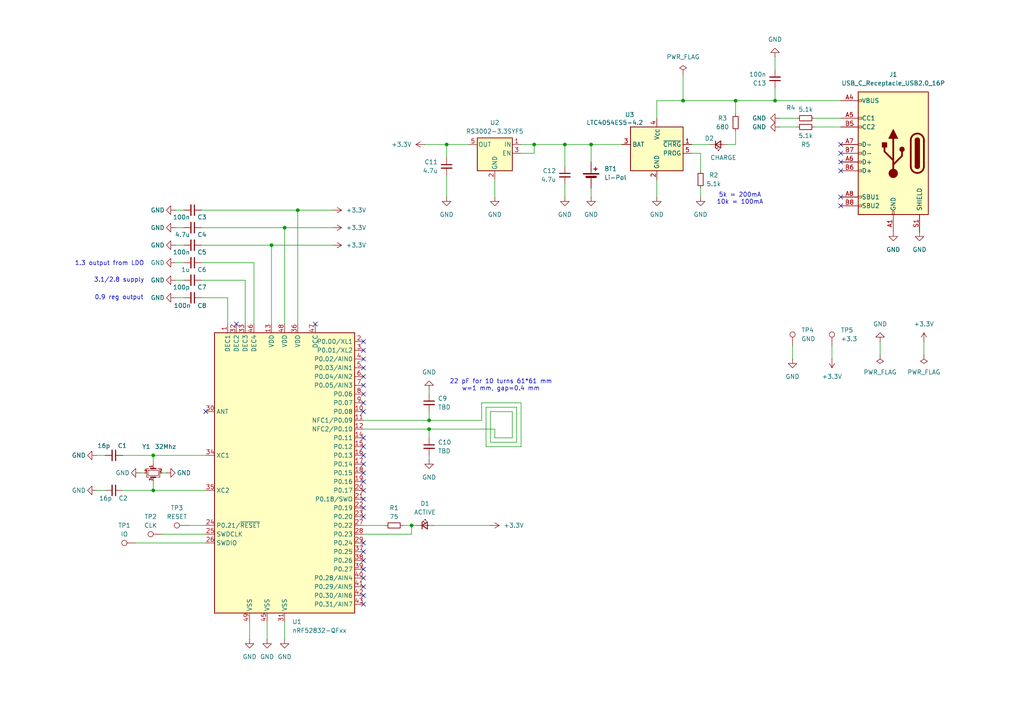
<source format=kicad_sch>
(kicad_sch (version 20231120) (generator "eeschema") (generator_version "8.0")
  (paper "A4")
  (lib_symbols
    (symbol "Battery_Management:LTC4054ES5-4.2"
      (property "Reference" "U" (at -5.842 6.604 0))
      (property "Value" "LTC4054ES5-4.2" (at 1.524 6.604 0))
      (symbol "LTC4054ES5-4.2_0_1"
        (rectangle (start -7.62 5.08) (end 7.62 -7.62) (stroke (width 0.254)) (fill (type background)))
      )
      (symbol "LTC4054ES5-4.2_1_1"
        (pin open_collector line (at -10.16 0 0) (length 2.54) (name "~{CHRG}") (number "1"))
        (pin power_in line (at 0 -10.16 90) (length 2.54) (name "GND") (number "2"))
        (pin power_out line (at 10.16 0 180) (length 2.54) (name "BAT") (number "3"))
        (pin power_in line (at 0 7.62 270) (length 2.54) (name "V_{CC}") (number "4"))
        (pin bidirectional line (at -10.16 -2.54 0) (length 2.54) (name "PROG") (number "5"))
      )
    )
    (symbol "Connector:TestPoint" (pin_numbers hide) (pin_names (offset 0.762) hide)
      (property "Reference" "TP" (at 0 6.858 0))
      (property "Value" "TestPoint" (at 0 5.08 0))
      (symbol "TestPoint_0_1"
        (circle (center 0 3.302) (radius 0.762))
      )
      (symbol "TestPoint_1_1"
        (pin passive line (at 0 0 90) (length 2.54) (name "1") (number "1"))
      )
    )
    (symbol "Connector:USB_C_Receptacle_USB2.0_16P" (pin_names (offset 1.016))
      (property "Reference" "J" (at 0 22.225 0))
      (property "Value" "USB_C_Receptacle_USB2.0_16P" (at 0 19.685 0))
      (symbol "USB_C_Receptacle_USB2.0_16P_0_0"
        (rectangle (start -0.254 -17.78) (end 0.254 -16.764))
        (rectangle (start 10.16 -14.986) (end 9.144 -15.494))
        (rectangle (start 10.16 -12.446) (end 9.144 -12.954))
        (rectangle (start 10.16 -4.826) (end 9.144 -5.334))
        (rectangle (start 10.16 -2.286) (end 9.144 -2.794))
        (rectangle (start 10.16 0.254) (end 9.144 -0.254))
        (rectangle (start 10.16 2.794) (end 9.144 2.286))
        (rectangle (start 10.16 7.874) (end 9.144 7.366))
        (rectangle (start 10.16 10.414) (end 9.144 9.906))
        (rectangle (start 10.16 15.494) (end 9.144 14.986))
      )
      (symbol "USB_C_Receptacle_USB2.0_16P_0_1"
        (rectangle (start -10.16 17.78) (end 10.16 -17.78) (stroke (width 0.254)) (fill (type background)))
        (arc (start -8.89 -3.81) (mid -6.985 -5.7067) (end -5.08 -3.81) (stroke (width 0.508)))
        (arc (start -7.62 -3.81) (mid -6.985 -4.4423) (end -6.35 -3.81) (stroke (width 0.254)))
        (arc (start -7.62 -3.81) (mid -6.985 -4.4423) (end -6.35 -3.81) (stroke (width 0.254)) (fill (type outline)))
        (rectangle (start -7.62 -3.81) (end -6.35 3.81) (stroke (width 0.254)) (fill (type outline)))
        (arc (start -6.35 3.81) (mid -6.985 4.4423) (end -7.62 3.81) (stroke (width 0.254)))
        (arc (start -6.35 3.81) (mid -6.985 4.4423) (end -7.62 3.81) (stroke (width 0.254)) (fill (type outline)))
        (arc (start -5.08 3.81) (mid -6.985 5.7067) (end -8.89 3.81) (stroke (width 0.508)))
        (circle (center -2.54 1.143) (radius 0.635) (stroke (width 0.254)) (fill (type outline)))
        (circle (center 0 -5.842) (radius 1.27) (fill (type outline)))
        (polyline (pts (xy -8.89 -3.81) (xy -8.89 3.81)) (stroke (width 0.508)))
        (polyline (pts (xy -5.08 3.81) (xy -5.08 -3.81)) (stroke (width 0.508)))
        (polyline (pts (xy 0 -5.842) (xy 0 4.318)) (stroke (width 0.508)))
        (polyline (pts (xy 0 -3.302) (xy -2.54 -0.762) (xy -2.54 0.508)) (stroke (width 0.508)))
        (polyline (pts (xy 0 -2.032) (xy 2.54 0.508) (xy 2.54 1.778)) (stroke (width 0.508)))
        (polyline (pts (xy -1.27 4.318) (xy 0 6.858) (xy 1.27 4.318) (xy -1.27 4.318)) (stroke (width 0.254)) (fill (type outline)))
        (rectangle (start 1.905 1.778) (end 3.175 3.048) (stroke (width 0.254)) (fill (type outline)))
      )
      (symbol "USB_C_Receptacle_USB2.0_16P_1_1"
        (pin passive line (at 0 -22.86 90) (length 5.08) (name "GND") (number "A1"))
        (pin passive line (at 0 -22.86 90) (length 5.08) hide (name "GND") (number "A12"))
        (pin passive line (at 15.24 15.24 180) (length 5.08) (name "VBUS") (number "A4"))
        (pin bidirectional line (at 15.24 10.16 180) (length 5.08) (name "CC1") (number "A5"))
        (pin bidirectional line (at 15.24 -2.54 180) (length 5.08) (name "D+") (number "A6"))
        (pin bidirectional line (at 15.24 2.54 180) (length 5.08) (name "D-") (number "A7"))
        (pin bidirectional line (at 15.24 -12.7 180) (length 5.08) (name "SBU1") (number "A8"))
        (pin passive line (at 15.24 15.24 180) (length 5.08) hide (name "VBUS") (number "A9"))
        (pin passive line (at 0 -22.86 90) (length 5.08) hide (name "GND") (number "B1"))
        (pin passive line (at 0 -22.86 90) (length 5.08) hide (name "GND") (number "B12"))
        (pin passive line (at 15.24 15.24 180) (length 5.08) hide (name "VBUS") (number "B4"))
        (pin bidirectional line (at 15.24 7.62 180) (length 5.08) (name "CC2") (number "B5"))
        (pin bidirectional line (at 15.24 -5.08 180) (length 5.08) (name "D+") (number "B6"))
        (pin bidirectional line (at 15.24 0 180) (length 5.08) (name "D-") (number "B7"))
        (pin bidirectional line (at 15.24 -15.24 180) (length 5.08) (name "SBU2") (number "B8"))
        (pin passive line (at 15.24 15.24 180) (length 5.08) hide (name "VBUS") (number "B9"))
        (pin passive line (at -7.62 -22.86 90) (length 5.08) (name "SHIELD") (number "S1"))
      )
    )
    (symbol "Device:Battery_Cell" (pin_numbers hide) (pin_names (offset 0) hide)
      (property "Reference" "BT" (at 2.54 2.54 0))
      (property "Value" "Battery_Cell" (at 2.54 0 0))
      (symbol "Battery_Cell_0_1"
        (rectangle (start -2.286 1.778) (end 2.286 1.524) (fill (type outline)))
        (rectangle (start -1.524 1.016) (end 1.524 0.508) (fill (type outline)))
        (polyline (pts (xy 0 0.762) (xy 0 0)))
        (polyline (pts (xy 0 1.778) (xy 0 2.54)))
        (polyline (pts (xy 0.762 3.048) (xy 1.778 3.048)) (stroke (width 0.254)))
        (polyline (pts (xy 1.27 3.556) (xy 1.27 2.54)) (stroke (width 0.254)))
      )
      (symbol "Battery_Cell_1_1"
        (pin passive line (at 0 5.08 270) (length 2.54) (name "+") (number "1"))
        (pin passive line (at 0 -2.54 90) (length 2.54) (name "-") (number "2"))
      )
    )
    (symbol "Device:C_Small" (pin_numbers hide) (pin_names (offset 0.254) hide)
      (property "Reference" "C" (at 0.254 1.778 0))
      (property "Value" "C_Small" (at 0.254 -2.032 0))
      (symbol "C_Small_0_1"
        (polyline (pts (xy -1.524 -0.508) (xy 1.524 -0.508)) (stroke (width 0.3302)))
        (polyline (pts (xy -1.524 0.508) (xy 1.524 0.508)) (stroke (width 0.3048)))
      )
      (symbol "C_Small_1_1"
        (pin passive line (at 0 2.54 270) (length 2.032) (name "~") (number "1"))
        (pin passive line (at 0 -2.54 90) (length 2.032) (name "~") (number "2"))
      )
    )
    (symbol "Device:Crystal_GND23_Small" (pin_names (offset 1.016) hide)
      (property "Reference" "Y1" (at 7.62 2.032 90))
      (property "Value" "32Mhz" (at 7.62 -3.556 90))
      (symbol "Crystal_GND23_Small_0_1"
        (rectangle (start -0.762 -1.524) (end 0.762 1.524))
        (polyline (pts (xy -1.27 -0.762) (xy -1.27 0.762)) (stroke (width 0.381)))
        (polyline (pts (xy 1.27 -0.762) (xy 1.27 0.762)) (stroke (width 0.381)))
        (polyline (pts (xy -1.27 -1.27) (xy -1.27 -1.905) (xy 1.27 -1.905) (xy 1.27 -1.27)))
        (polyline (pts (xy -1.27 1.27) (xy -1.27 1.905) (xy 1.27 1.905) (xy 1.27 1.27)))
      )
      (symbol "Crystal_GND23_Small_1_1"
        (pin passive line (at 2.54 0 180) (length 1.27) (name "1") (number "1"))
        (pin passive line (at 0 -2.54 90) (length 0.635) (name "2") (number "2"))
        (pin passive line (at -2.54 0 0) (length 1.27) (name "3") (number "3"))
        (pin passive line (at 0 2.54 270) (length 0.635) (name "4") (number "4"))
      )
    )
    (symbol "Device:LED_Small" (pin_numbers hide) (pin_names (offset 0.254) hide)
      (property "Reference" "D" (at -1.27 3.175 0))
      (property "Value" "LED_Small" (at -4.445 -2.54 0))
      (symbol "LED_Small_0_1"
        (polyline (pts (xy -0.762 -1.016) (xy -0.762 1.016)) (stroke (width 0.254)))
        (polyline (pts (xy 1.016 0) (xy -0.762 0)))
        (polyline (pts (xy 0.762 -1.016) (xy -0.762 0) (xy 0.762 1.016) (xy 0.762 -1.016)) (stroke (width 0.254)))
        (polyline (pts (xy 0 0.762) (xy -0.508 1.27) (xy -0.254 1.27) (xy -0.508 1.27) (xy -0.508 1.016)))
        (polyline (pts (xy 0.508 1.27) (xy 0 1.778) (xy 0.254 1.778) (xy 0 1.778) (xy 0 1.524)))
      )
      (symbol "LED_Small_1_1"
        (pin passive line (at -2.54 0 0) (length 1.778) (name "K") (number "1"))
        (pin passive line (at 2.54 0 180) (length 1.778) (name "A") (number "2"))
      )
    )
    (symbol "Device:R_Small" (pin_numbers hide) (pin_names (offset 0.254) hide)
      (property "Reference" "R" (at 0.762 0.508 0))
      (property "Value" "R_Small" (at 0.762 -1.016 0))
      (symbol "R_Small_0_1"
        (rectangle (start -0.762 1.778) (end 0.762 -1.778) (stroke (width 0.2032)))
      )
      (symbol "R_Small_1_1"
        (pin passive line (at 0 2.54 270) (length 0.762) (name "~") (number "1"))
        (pin passive line (at 0 -2.54 90) (length 0.762) (name "~") (number "2"))
      )
    )
    (symbol "MCU_Nordic:nRF52832-QFxx"
      (property "Reference" "U1" (at 2.1941 -43.18 0))
      (property "Value" "nRF52832-QFxx" (at 2.1941 -45.72 0))
      (symbol "nRF52832-QFxx_0_1"
        (rectangle (start -20.32 40.64) (end 20.32 -40.64) (stroke (width 0.254)) (fill (type background)))
      )
      (symbol "nRF52832-QFxx_1_1"
        (pin passive line (at -16.51 43.18 270) (length 2.54) (name "DEC1") (number "1"))
        (pin bidirectional line (at 22.86 17.78 180) (length 2.54) (name "P0.08") (number "10"))
        (pin bidirectional line (at 22.86 15.24 180) (length 2.54) (name "NFC1/P0.09") (number "11"))
        (pin bidirectional line (at 22.86 12.7 180) (length 2.54) (name "NFC2/P0.10") (number "12"))
        (pin power_in line (at -3.81 43.18 270) (length 2.54) (name "VDD") (number "13"))
        (pin bidirectional line (at 22.86 10.16 180) (length 2.54) (name "P0.11") (number "14"))
        (pin bidirectional line (at 22.86 7.62 180) (length 2.54) (name "P0.12") (number "15"))
        (pin bidirectional line (at 22.86 5.08 180) (length 2.54) (name "P0.13") (number "16"))
        (pin bidirectional line (at 22.86 2.54 180) (length 2.54) (name "P0.14") (number "17"))
        (pin bidirectional line (at 22.86 0 180) (length 2.54) (name "P0.15") (number "18"))
        (pin bidirectional line (at 22.86 -2.54 180) (length 2.54) (name "P0.16") (number "19"))
        (pin bidirectional line (at 22.86 38.1 180) (length 2.54) (name "P0.00/XL1") (number "2"))
        (pin bidirectional line (at 22.86 -5.08 180) (length 2.54) (name "P0.17") (number "20"))
        (pin bidirectional line (at 22.86 -7.62 180) (length 2.54) (name "P0.18/SWO") (number "21"))
        (pin bidirectional line (at 22.86 -10.16 180) (length 2.54) (name "P0.19") (number "22"))
        (pin bidirectional line (at 22.86 -12.7 180) (length 2.54) (name "P0.20") (number "23"))
        (pin bidirectional line (at -22.86 -15.24 0) (length 2.54) (name "P0.21/~{RESET}") (number "24"))
        (pin input line (at -22.86 -17.78 0) (length 2.54) (name "SWDCLK") (number "25"))
        (pin bidirectional line (at -22.86 -20.32 0) (length 2.54) (name "SWDIO") (number "26"))
        (pin bidirectional line (at 22.86 -15.24 180) (length 2.54) (name "P0.22") (number "27"))
        (pin bidirectional line (at 22.86 -17.78 180) (length 2.54) (name "P0.23") (number "28"))
        (pin bidirectional line (at 22.86 -20.32 180) (length 2.54) (name "P0.24") (number "29"))
        (pin bidirectional line (at 22.86 35.56 180) (length 2.54) (name "P0.01/XL2") (number "3"))
        (pin passive line (at -22.86 17.78 0) (length 2.54) (name "ANT") (number "30"))
        (pin power_in line (at 0 -43.18 90) (length 2.54) (name "VSS") (number "31"))
        (pin passive line (at -13.97 43.18 270) (length 2.54) (name "DEC2") (number "32"))
        (pin passive line (at -11.43 43.18 270) (length 2.54) (name "DEC3") (number "33"))
        (pin input line (at -22.86 5.08 0) (length 2.54) (name "XC1") (number "34"))
        (pin input line (at -22.86 -5.08 0) (length 2.54) (name "XC2") (number "35"))
        (pin passive line (at 3.81 43.18 270) (length 2.54) (name "VDD") (number "36"))
        (pin bidirectional line (at 22.86 -22.86 180) (length 2.54) (name "P0.25") (number "37"))
        (pin bidirectional line (at 22.86 -25.4 180) (length 2.54) (name "P0.26") (number "38"))
        (pin bidirectional line (at 22.86 -27.94 180) (length 2.54) (name "P0.27") (number "39"))
        (pin bidirectional line (at 22.86 33.02 180) (length 2.54) (name "P0.02/AIN0") (number "4"))
        (pin bidirectional line (at 22.86 -30.48 180) (length 2.54) (name "P0.28/AIN4") (number "40"))
        (pin bidirectional line (at 22.86 -33.02 180) (length 2.54) (name "P0.29/AIN5") (number "41"))
        (pin bidirectional line (at 22.86 -35.56 180) (length 2.54) (name "P0.30/AIN6") (number "42"))
        (pin bidirectional line (at 22.86 -38.1 180) (length 2.54) (name "P0.31/AIN7") (number "43"))
        (pin no_connect line (at -20.32 -30.48 0) (length 2.54) hide (name "NC") (number "44"))
        (pin passive line (at -5.08 -43.18 90) (length 2.54) (name "VSS") (number "45"))
        (pin passive line (at -8.89 43.18 270) (length 2.54) (name "DEC4") (number "46"))
        (pin power_out line (at 8.89 43.18 270) (length 2.54) (name "DCC") (number "47"))
        (pin passive line (at 0 43.18 270) (length 2.54) (name "VDD") (number "48"))
        (pin passive line (at -10.16 -43.18 90) (length 2.54) (name "VSS") (number "49"))
        (pin bidirectional line (at 22.86 30.48 180) (length 2.54) (name "P0.03/AIN1") (number "5"))
        (pin bidirectional line (at 22.86 27.94 180) (length 2.54) (name "P0.04/AIN2") (number "6"))
        (pin bidirectional line (at 22.86 25.4 180) (length 2.54) (name "P0.05/AIN3") (number "7"))
        (pin bidirectional line (at 22.86 22.86 180) (length 2.54) (name "P0.06") (number "8"))
        (pin bidirectional line (at 22.86 20.32 180) (length 2.54) (name "P0.07") (number "9"))
      )
    )
    (symbol "Regulator_Linear:TLV71209_SOT23-5" (pin_names (offset 0.254))
      (property "Reference" "U" (at -3.81 5.715 0))
      (property "Value" "TLV71209_SOT23-5" (at 0 5.715 0))
      (symbol "TLV71209_SOT23-5_0_1"
        (rectangle (start -5.08 4.445) (end 5.08 -5.08) (stroke (width 0.254)) (fill (type background)))
      )
      (symbol "TLV71209_SOT23-5_1_1"
        (pin power_in line (at -7.62 2.54 0) (length 2.54) (name "IN") (number "1"))
        (pin power_in line (at 0 -7.62 90) (length 2.54) (name "GND") (number "2"))
        (pin input line (at -7.62 0 0) (length 2.54) (name "EN") (number "3"))
        (pin no_connect line (at 5.08 0 180) (length 2.54) hide (name "NC") (number "4"))
        (pin power_out line (at 7.62 2.54 180) (length 2.54) (name "OUT") (number "5"))
      )
    )
    (symbol "power:+3.3V" (power) (pin_numbers hide) (pin_names (offset 0) hide)
      (property "Value" "+3.3V" (at 0 3.556 0))
      (symbol "+3.3V_0_1"
        (polyline (pts (xy -0.762 1.27) (xy 0 2.54)))
        (polyline (pts (xy 0 0) (xy 0 2.54)))
        (polyline (pts (xy 0 2.54) (xy 0.762 1.27)))
      )
      (symbol "+3.3V_1_1"
        (pin power_in line (at 0 0 90) (length 0) (name "~") (number "1"))
      )
    )
    (symbol "power:GND" (power) (pin_numbers hide) (pin_names (offset 0) hide)
      (property "Value" "GND" (at 0 -3.81 0))
      (symbol "GND_0_1"
        (polyline (pts (xy 0 0) (xy 0 -1.27) (xy 1.27 -1.27) (xy 0 -2.54) (xy -1.27 -1.27) (xy 0 -1.27)))
      )
      (symbol "GND_1_1"
        (pin power_in line (at 0 0 270) (length 0) (name "~") (number "1"))
      )
    )
    (symbol "power:PWR_FLAG" (power) (pin_numbers hide) (pin_names (offset 0) hide)
      (property "Value" "PWR_FLAG" (at 0 3.81 0))
      (symbol "PWR_FLAG_0_0"
        (pin power_out line (at 0 0 90) (length 0) (name "~") (number "1"))
      )
      (symbol "PWR_FLAG_0_1"
        (polyline (pts (xy 0 0) (xy 0 1.27) (xy -1.016 1.905) (xy 0 2.54) (xy 1.016 1.905) (xy 0 1.27)))
      )
    )
  )
  (junction (at 198.12 29.21))
  (junction (at 82.55 66.04))
  (junction (at 129.54 41.91))
  (junction (at 124.46 124.46))
  (junction (at 44.45 132.08))
  (junction (at 86.36 60.96))
  (junction (at 224.79 29.21))
  (junction (at 119.38 152.4))
  (junction (at 163.83 41.91))
  (junction (at 213.36 29.21))
  (junction (at 78.74 71.12))
  (junction (at 124.46 121.92))
  (junction (at 44.45 142.24))
  (junction (at 154.94 41.91))
  (junction (at 171.45 41.91))
  (no_connect (at 59.69 119.38))
  (no_connect (at 105.41 149.86))
  (no_connect (at 243.84 49.53))
  (no_connect (at 105.41 139.7))
  (no_connect (at 91.44 93.98))
  (no_connect (at 105.41 144.78))
  (no_connect (at 105.41 127))
  (no_connect (at 105.41 129.54))
  (no_connect (at 105.41 106.68))
  (no_connect (at 105.41 104.14))
  (no_connect (at 243.84 57.15))
  (no_connect (at 105.41 167.64))
  (no_connect (at 105.41 101.6))
  (no_connect (at 105.41 137.16))
  (no_connect (at 243.84 44.45))
  (no_connect (at 105.41 162.56))
  (no_connect (at 105.41 116.84))
  (no_connect (at 105.41 134.62))
  (no_connect (at 105.41 170.18))
  (no_connect (at 68.58 93.98))
  (no_connect (at 243.84 41.91))
  (no_connect (at 105.41 114.3))
  (no_connect (at 105.41 99.06))
  (no_connect (at 105.41 165.1))
  (no_connect (at 105.41 119.38))
  (no_connect (at 105.41 142.24))
  (no_connect (at 105.41 160.02))
  (no_connect (at 243.84 59.69))
  (no_connect (at 105.41 175.26))
  (no_connect (at 105.41 157.48))
  (no_connect (at 105.41 109.22))
  (no_connect (at 105.41 111.76))
  (no_connect (at 105.41 132.08))
  (no_connect (at 105.41 172.72))
  (no_connect (at 105.41 147.32))
  (no_connect (at 243.84 46.99))
  (wire (pts (xy 129.54 41.91) (xy 129.54 45.72)))
  (wire (pts (xy 213.36 29.21) (xy 213.36 33.02)))
  (wire (pts (xy 140.97 129.54) (xy 140.97 118.11)))
  (wire (pts (xy 116.84 152.4) (xy 119.38 152.4)))
  (wire (pts (xy 105.41 121.92) (xy 124.46 121.92)))
  (wire (pts (xy 124.46 113.03) (xy 124.46 114.3)))
  (wire (pts (xy 241.3 100.33) (xy 241.3 104.14)))
  (wire (pts (xy 129.54 41.91) (xy 135.89 41.91)))
  (wire (pts (xy 124.46 119.38) (xy 124.46 121.92)))
  (wire (pts (xy 82.55 66.04) (xy 82.55 93.98)))
  (wire (pts (xy 50.8 86.36) (xy 53.34 86.36)))
  (wire (pts (xy 255.27 99.06) (xy 255.27 102.87)))
  (wire (pts (xy 139.7 121.92) (xy 139.7 116.84)))
  (wire (pts (xy 210.82 41.91) (xy 213.36 41.91)))
  (wire (pts (xy 46.99 154.94) (xy 59.69 154.94)))
  (wire (pts (xy 213.36 29.21) (xy 224.79 29.21)))
  (wire (pts (xy 213.36 41.91) (xy 213.36 38.1)))
  (wire (pts (xy 39.37 157.48) (xy 59.69 157.48)))
  (wire (pts (xy 171.45 41.91) (xy 180.34 41.91)))
  (wire (pts (xy 50.8 76.2) (xy 53.34 76.2)))
  (wire (pts (xy 148.59 127) (xy 143.51 127)))
  (wire (pts (xy 229.87 100.33) (xy 229.87 104.14)))
  (wire (pts (xy 46.99 137.16) (xy 48.26 137.16)))
  (wire (pts (xy 236.22 34.29) (xy 243.84 34.29)))
  (wire (pts (xy 190.5 29.21) (xy 198.12 29.21)))
  (wire (pts (xy 40.64 137.16) (xy 41.91 137.16)))
  (wire (pts (xy 86.36 60.96) (xy 96.52 60.96)))
  (wire (pts (xy 44.45 132.08) (xy 44.45 134.62)))
  (wire (pts (xy 142.24 128.27) (xy 142.24 119.38)))
  (wire (pts (xy 154.94 44.45) (xy 154.94 41.91)))
  (wire (pts (xy 190.5 29.21) (xy 190.5 34.29)))
  (wire (pts (xy 139.7 116.84) (xy 151.13 116.84)))
  (wire (pts (xy 149.86 128.27) (xy 142.24 128.27)))
  (wire (pts (xy 44.45 139.7) (xy 44.45 142.24)))
  (wire (pts (xy 143.51 127) (xy 143.51 124.46)))
  (wire (pts (xy 224.79 20.32) (xy 224.79 16.51)))
  (wire (pts (xy 203.2 54.61) (xy 203.2 57.15)))
  (wire (pts (xy 78.74 71.12) (xy 96.52 71.12)))
  (wire (pts (xy 151.13 44.45) (xy 154.94 44.45)))
  (wire (pts (xy 143.51 52.07) (xy 143.51 57.15)))
  (wire (pts (xy 27.94 132.08) (xy 30.48 132.08)))
  (wire (pts (xy 224.79 29.21) (xy 224.79 25.4)))
  (wire (pts (xy 149.86 118.11) (xy 149.86 128.27)))
  (wire (pts (xy 226.06 34.29) (xy 231.14 34.29)))
  (wire (pts (xy 58.42 60.96) (xy 86.36 60.96)))
  (wire (pts (xy 171.45 41.91) (xy 171.45 46.99)))
  (wire (pts (xy 198.12 29.21) (xy 213.36 29.21)))
  (wire (pts (xy 71.12 81.28) (xy 58.42 81.28)))
  (wire (pts (xy 50.8 60.96) (xy 53.34 60.96)))
  (wire (pts (xy 27.94 142.24) (xy 30.48 142.24)))
  (wire (pts (xy 58.42 76.2) (xy 73.66 76.2)))
  (wire (pts (xy 151.13 116.84) (xy 151.13 129.54)))
  (wire (pts (xy 224.79 29.21) (xy 243.84 29.21)))
  (wire (pts (xy 124.46 124.46) (xy 124.46 127)))
  (wire (pts (xy 44.45 132.08) (xy 59.69 132.08)))
  (wire (pts (xy 129.54 50.8) (xy 129.54 57.15)))
  (wire (pts (xy 119.38 152.4) (xy 120.65 152.4)))
  (wire (pts (xy 143.51 124.46) (xy 124.46 124.46)))
  (wire (pts (xy 171.45 54.61) (xy 171.45 57.15)))
  (wire (pts (xy 58.42 66.04) (xy 82.55 66.04)))
  (wire (pts (xy 200.66 44.45) (xy 203.2 44.45)))
  (wire (pts (xy 151.13 129.54) (xy 140.97 129.54)))
  (wire (pts (xy 66.04 93.98) (xy 66.04 86.36)))
  (wire (pts (xy 123.19 41.91) (xy 129.54 41.91)))
  (wire (pts (xy 203.2 44.45) (xy 203.2 49.53)))
  (wire (pts (xy 198.12 21.59) (xy 198.12 29.21)))
  (wire (pts (xy 50.8 81.28) (xy 53.34 81.28)))
  (wire (pts (xy 125.73 152.4) (xy 142.24 152.4)))
  (wire (pts (xy 140.97 118.11) (xy 149.86 118.11)))
  (wire (pts (xy 50.8 66.04) (xy 53.34 66.04)))
  (wire (pts (xy 50.8 71.12) (xy 53.34 71.12)))
  (wire (pts (xy 163.83 41.91) (xy 171.45 41.91)))
  (wire (pts (xy 105.41 154.94) (xy 119.38 154.94)))
  (wire (pts (xy 54.61 152.4) (xy 59.69 152.4)))
  (wire (pts (xy 200.66 41.91) (xy 205.74 41.91)))
  (wire (pts (xy 44.45 142.24) (xy 59.69 142.24)))
  (wire (pts (xy 58.42 71.12) (xy 78.74 71.12)))
  (wire (pts (xy 148.59 119.38) (xy 148.59 127)))
  (wire (pts (xy 77.47 180.34) (xy 77.47 185.42)))
  (wire (pts (xy 267.97 99.06) (xy 267.97 102.87)))
  (wire (pts (xy 82.55 66.04) (xy 96.52 66.04)))
  (wire (pts (xy 226.06 36.83) (xy 231.14 36.83)))
  (wire (pts (xy 35.56 142.24) (xy 44.45 142.24)))
  (wire (pts (xy 124.46 132.08) (xy 124.46 133.35)))
  (wire (pts (xy 105.41 152.4) (xy 111.76 152.4)))
  (wire (pts (xy 71.12 93.98) (xy 71.12 81.28)))
  (wire (pts (xy 119.38 154.94) (xy 119.38 152.4)))
  (wire (pts (xy 151.13 41.91) (xy 154.94 41.91)))
  (wire (pts (xy 35.56 132.08) (xy 44.45 132.08)))
  (wire (pts (xy 163.83 53.34) (xy 163.83 57.15)))
  (wire (pts (xy 78.74 71.12) (xy 78.74 93.98)))
  (wire (pts (xy 72.39 180.34) (xy 72.39 185.42)))
  (wire (pts (xy 124.46 121.92) (xy 139.7 121.92)))
  (wire (pts (xy 82.55 180.34) (xy 82.55 185.42)))
  (wire (pts (xy 86.36 60.96) (xy 86.36 93.98)))
  (wire (pts (xy 190.5 52.07) (xy 190.5 57.15)))
  (wire (pts (xy 105.41 124.46) (xy 124.46 124.46)))
  (wire (pts (xy 66.04 86.36) (xy 58.42 86.36)))
  (wire (pts (xy 236.22 36.83) (xy 243.84 36.83)))
  (wire (pts (xy 73.66 76.2) (xy 73.66 93.98)))
  (wire (pts (xy 142.24 119.38) (xy 148.59 119.38)))
  (wire (pts (xy 163.83 48.26) (xy 163.83 41.91)))
  (wire (pts (xy 154.94 41.91) (xy 163.83 41.91)))
  (text "0.9 reg output" (at 34.544 86.36 0) (effects (font (size 1.27 1.27))))
  (text "1.3 output from LDO" (at 31.75 76.454 0) (effects (font (size 1.27 1.27))))
  (text "22 pF for 10 turns 61*61 mm\nw=1 mm, gap=0.4 mm" (at 145.288 111.76 0) (effects (font (size 1.27 1.27))))
  (text "5k = 200mA\n10k = 100mA" (at 214.63 57.658 0) (effects (font (size 1.27 1.27))))
  (text "3.1/2.8 supply" (at 34.544 81.28 0) (effects (font (size 1.27 1.27))))
  (symbol (lib_id "power:GND") (at 226.06 36.83 270) (unit 1)
    (property "Reference" "#PWR029" (effects (hide yes)))
    (property "Value" "GND" (at 222.25 36.8299 90) (effects (justify right)))
    (property "Description" "Power symbol creates a global label with name \"GND\" , ground" (effects (hide yes)))
  )
  (symbol (lib_id "power:PWR_FLAG") (at 255.27 102.87 180) (unit 1)
    (property "Reference" "#FLG02" (effects (hide yes)))
    (property "Value" "PWR_FLAG" (at 255.27 107.95 0))
    (property "Description" "Special symbol for telling ERC where power comes from" (effects (hide yes)))
  )
  (symbol (lib_id "power:GND") (at 50.8 60.96 270) (mirror x) (unit 1)
    (property "Reference" "#PWR05" (effects (hide yes)))
    (property "Value" "GND" (at 45.72 60.96 90))
    (property "Description" "Power symbol creates a global label with name \"GND\" , ground" (effects (hide yes)))
  )
  (symbol (lib_id "power:GND") (at 50.8 81.28 270) (mirror x) (unit 1)
    (property "Reference" "#PWR09" (effects (hide yes)))
    (property "Value" "GND" (at 45.72 81.28 90))
    (property "Description" "Power symbol creates a global label with name \"GND\" , ground" (effects (hide yes)))
  )
  (symbol (lib_id "power:GND") (at 190.5 57.15 0) (unit 1)
    (property "Reference" "#PWR025" (effects (hide yes)))
    (property "Value" "GND" (at 190.5 62.23 0))
    (property "Description" "Power symbol creates a global label with name \"GND\" , ground" (effects (hide yes)))
  )
  (symbol (lib_id "power:GND") (at 48.26 137.16 90) (unit 1)
    (property "Reference" "#PWR04" (effects (hide yes)))
    (property "Value" "GND" (at 53.34 137.16 90))
    (property "Description" "Power symbol creates a global label with name \"GND\" , ground" (effects (hide yes)))
  )
  (symbol (lib_id "Connector:TestPoint") (at 39.37 157.48 90) (unit 1)
    (property "Reference" "TP1" (at 36.068 152.4 90))
    (property "Value" "IO" (at 36.068 154.94 90))
    (property "Footprint" "TestPoint:TestPoint_Keystone_5015_Micro-Minature" (effects (hide yes)))
    (property "Description" "test point" (effects (hide yes)))
  )
  (symbol (lib_id "Device:C_Small") (at 129.54 48.26 0) (mirror y) (unit 1)
    (property "Reference" "C11" (at 127 46.9962 0) (effects (justify left)))
    (property "Value" "4.7u" (at 127 49.5362 0) (effects (justify left)))
    (property "Footprint" "Capacitor_SMD:C_0805_2012Metric" (effects (hide yes)))
    (property "Description" "Unpolarized capacitor, small symbol" (effects (hide yes)))
  )
  (symbol (lib_id "power:GND") (at 203.2 57.15 0) (unit 1)
    (property "Reference" "#PWR026" (effects (hide yes)))
    (property "Value" "GND" (at 203.2 62.23 0))
    (property "Description" "Power symbol creates a global label with name \"GND\" , ground" (effects (hide yes)))
  )
  (symbol (lib_id "Device:C_Small") (at 55.88 60.96 270) (unit 1)
    (property "Reference" "C3" (at 59.944 62.992 90) (effects (justify right)))
    (property "Value" "100n" (at 55.118 62.992 90) (effects (justify right)))
    (property "Footprint" "Capacitor_SMD:C_0805_2012Metric" (effects (hide yes)))
    (property "Description" "Unpolarized capacitor, small symbol" (effects (hide yes)))
  )
  (symbol (lib_id "power:GND") (at 255.27 99.06 180) (unit 1)
    (property "Reference" "#PWR032" (effects (hide yes)))
    (property "Value" "GND" (at 255.27 93.98 0))
    (property "Description" "Power symbol creates a global label with name \"GND\" , ground" (effects (hide yes)))
  )
  (symbol (lib_id "Device:C_Small") (at 224.79 22.86 180) (unit 1)
    (property "Reference" "C13" (at 222.25 24.1238 0) (effects (justify left)))
    (property "Value" "100n" (at 222.25 21.5838 0) (effects (justify left)))
    (property "Footprint" "Capacitor_SMD:C_0805_2012Metric" (effects (hide yes)))
    (property "Description" "Unpolarized capacitor, small symbol" (effects (hide yes)))
  )
  (symbol (lib_id "power:GND") (at 224.79 16.51 180) (unit 1)
    (property "Reference" "#PWR027" (effects (hide yes)))
    (property "Value" "GND" (at 224.79 11.43 0))
    (property "Description" "Power symbol creates a global label with name \"GND\" , ground" (effects (hide yes)))
  )
  (symbol (lib_id "power:GND") (at 229.87 104.14 0) (unit 1)
    (property "Reference" "#PWR030" (effects (hide yes)))
    (property "Value" "GND" (at 229.87 109.22 0))
    (property "Description" "Power symbol creates a global label with name \"GND\" , ground" (effects (hide yes)))
  )
  (symbol (lib_id "power:+3.3V") (at 96.52 60.96 270) (unit 1)
    (property "Reference" "#PWR014" (effects (hide yes)))
    (property "Value" "+3.3V" (at 100.33 60.9599 90) (effects (justify left)))
    (property "Description" "Power symbol creates a global label with name \"+3.3V\"" (effects (hide yes)))
  )
  (symbol (lib_id "Device:C_Small") (at 55.88 76.2 270) (unit 1)
    (property "Reference" "C6" (at 59.944 78.232 90) (effects (justify right)))
    (property "Value" "1u" (at 55.118 78.232 90) (effects (justify right)))
    (property "Footprint" "Capacitor_SMD:C_0805_2012Metric" (effects (hide yes)))
    (property "Description" "Unpolarized capacitor, small symbol" (effects (hide yes)))
  )
  (symbol (lib_id "Device:C_Small") (at 33.02 132.08 270) (mirror x) (unit 1)
    (property "Reference" "C1" (at 36.83 129.286 90) (effects (justify right)))
    (property "Value" "16p" (at 32.004 129.286 90) (effects (justify right)))
    (property "Footprint" "Capacitor_SMD:C_0805_2012Metric" (effects (hide yes)))
    (property "Description" "Unpolarized capacitor, small symbol" (effects (hide yes)))
  )
  (symbol (lib_id "power:GND") (at 124.46 133.35 0) (unit 1)
    (property "Reference" "#PWR019" (effects (hide yes)))
    (property "Value" "GND" (at 124.46 138.43 0))
    (property "Description" "Power symbol creates a global label with name \"GND\" , ground" (effects (hide yes)))
  )
  (symbol (lib_id "Connector:USB_C_Receptacle_USB2.0_16P") (at 259.08 44.45 0) (mirror y) (unit 1)
    (property "Reference" "J1" (at 259.08 21.59 0))
    (property "Value" "USB_C_Receptacle_USB2.0_16P" (at 259.08 24.13 0))
    (property "Footprint" "Connector_USB:USB_C_Receptacle_GCT_USB4105-xx-A_16P_TopMnt_Horizontal" (effects (hide yes)))
    (property "Datasheet" "https://www.usb.org/sites/default/files/documents/usb_type-c.zip" (effects (hide yes)))
    (property "Description" "USB 2.0-only 16P Type-C Receptacle connector" (effects (hide yes)))
  )
  (symbol (lib_id "Device:R_Small") (at 213.36 35.56 0) (unit 1)
    (property "Reference" "R3" (at 209.55 34.29 0))
    (property "Value" "680" (at 209.55 36.83 0))
    (property "Footprint" "Resistor_SMD:R_0805_2012Metric" (effects (hide yes)))
    (property "Description" "Resistor, small symbol" (effects (hide yes)))
  )
  (symbol (lib_id "Connector:TestPoint") (at 241.3 100.33 0) (unit 1)
    (property "Reference" "TP5" (at 243.84 95.7579 0) (effects (justify left)))
    (property "Value" "+3.3" (at 243.84 98.2979 0) (effects (justify left)))
    (property "Footprint" "TestPoint:TestPoint_Keystone_5015_Micro-Minature" (effects (hide yes)))
    (property "Description" "test point" (effects (hide yes)))
  )
  (symbol (lib_id "power:GND") (at 27.94 132.08 270) (unit 1)
    (property "Reference" "#PWR01" (effects (hide yes)))
    (property "Value" "GND" (at 22.86 132.08 90))
    (property "Description" "Power symbol creates a global label with name \"GND\" , ground" (effects (hide yes)))
  )
  (symbol (lib_id "Device:C_Small") (at 124.46 116.84 0) (unit 1)
    (property "Reference" "C9" (at 127 115.5762 0) (effects (justify left)))
    (property "Value" "TBD" (at 127 118.1162 0) (effects (justify left)))
    (property "Footprint" "Capacitor_SMD:C_0805_2012Metric" (effects (hide yes)))
    (property "Description" "Unpolarized capacitor, small symbol" (effects (hide yes)))
  )
  (symbol (lib_id "power:GND") (at 27.94 142.24 270) (unit 1)
    (property "Reference" "#PWR02" (effects (hide yes)))
    (property "Value" "GND" (at 22.86 142.24 90))
    (property "Description" "Power symbol creates a global label with name \"GND\" , ground" (effects (hide yes)))
  )
  (symbol (lib_id "power:GND") (at 259.08 67.31 0) (unit 1)
    (property "Reference" "#PWR033" (effects (hide yes)))
    (property "Value" "GND" (at 259.08 72.39 0))
    (property "Description" "Power symbol creates a global label with name \"GND\" , ground" (effects (hide yes)))
  )
  (symbol (lib_id "MCU_Nordic:nRF52832-QFxx") (at 82.55 137.16 0) (unit 1)
    (property "Reference" "U1" (at 84.7441 180.34 0) (effects (justify left)))
    (property "Value" "nRF52832-QFxx" (at 84.7441 182.88 0) (effects (justify left)))
    (property "Footprint" "Package_DFN_QFN:QFN-48-1EP_6x6mm_P0.4mm_EP4.6x4.6mm" (effects (hide yes)))
    (property "Datasheet" "http://infocenter.nordicsemi.com/pdf/nRF52832_PS_v1.4.pdf" (effects (hide yes)))
    (property "Description" "Multiprotocol BLE/2.4GHz Cortex-M4 SoC, QFN-48" (effects (hide yes)))
  )
  (symbol (lib_id "power:GND") (at 40.64 137.16 270) (unit 1)
    (property "Reference" "#PWR03" (effects (hide yes)))
    (property "Value" "GND" (at 35.56 137.16 90))
    (property "Description" "Power symbol creates a global label with name \"GND\" , ground" (effects (hide yes)))
  )
  (symbol (lib_id "power:GND") (at 50.8 76.2 270) (mirror x) (unit 1)
    (property "Reference" "#PWR08" (effects (hide yes)))
    (property "Value" "GND" (at 45.72 76.2 90))
    (property "Description" "Power symbol creates a global label with name \"GND\" , ground" (effects (hide yes)))
  )
  (symbol (lib_id "power:GND") (at 266.7 67.31 0) (unit 1)
    (property "Reference" "#PWR034" (effects (hide yes)))
    (property "Value" "GND" (at 266.7 72.39 0))
    (property "Description" "Power symbol creates a global label with name \"GND\" , ground" (effects (hide yes)))
  )
  (symbol (lib_id "power:GND") (at 226.06 34.29 270) (unit 1)
    (property "Reference" "#PWR028" (effects (hide yes)))
    (property "Value" "GND" (at 222.25 34.2899 90) (effects (justify right)))
    (property "Description" "Power symbol creates a global label with name \"GND\" , ground" (effects (hide yes)))
  )
  (symbol (lib_id "Device:R_Small") (at 114.3 152.4 90) (unit 1)
    (property "Reference" "R1" (at 114.3 147.32 90))
    (property "Value" "75" (at 114.3 149.86 90))
    (property "Footprint" "Resistor_SMD:R_0805_2012Metric" (effects (hide yes)))
    (property "Description" "Resistor, small symbol" (effects (hide yes)))
  )
  (symbol (lib_id "Device:R_Small") (at 233.68 36.83 270) (mirror x) (unit 1)
    (property "Reference" "R5" (at 233.68 41.91 90))
    (property "Value" "5.1k" (at 233.68 39.37 90))
    (property "Footprint" "Resistor_SMD:R_0805_2012Metric" (effects (hide yes)))
    (property "Description" "Resistor, small symbol" (effects (hide yes)))
  )
  (symbol (lib_id "Connector:TestPoint") (at 46.99 154.94 90) (unit 1)
    (property "Reference" "TP2" (at 43.688 149.86 90))
    (property "Value" "CLK" (at 43.688 152.4 90))
    (property "Footprint" "TestPoint:TestPoint_Keystone_5015_Micro-Minature" (effects (hide yes)))
    (property "Description" "test point" (effects (hide yes)))
  )
  (symbol (lib_id "power:GND") (at 171.45 57.15 0) (unit 1)
    (property "Reference" "#PWR024" (effects (hide yes)))
    (property "Value" "GND" (at 171.45 62.23 0))
    (property "Description" "Power symbol creates a global label with name \"GND\" , ground" (effects (hide yes)))
  )
  (symbol (lib_id "Connector:TestPoint") (at 54.61 152.4 90) (unit 1)
    (property "Reference" "TP3" (at 51.308 147.32 90))
    (property "Value" "RESET" (at 51.308 149.86 90))
    (property "Footprint" "TestPoint:TestPoint_Keystone_5015_Micro-Minature" (effects (hide yes)))
    (property "Description" "test point" (effects (hide yes)))
  )
  (symbol (lib_id "power:+3.3V") (at 142.24 152.4 270) (unit 1)
    (property "Reference" "#PWR021" (effects (hide yes)))
    (property "Value" "+3.3V" (at 146.05 152.3999 90) (effects (justify left)))
    (property "Description" "Power symbol creates a global label with name \"+3.3V\"" (effects (hide yes)))
  )
  (symbol (lib_id "power:GND") (at 50.8 71.12 270) (mirror x) (unit 1)
    (property "Reference" "#PWR07" (effects (hide yes)))
    (property "Value" "GND" (at 45.72 71.12 90))
    (property "Description" "Power symbol creates a global label with name \"GND\" , ground" (effects (hide yes)))
  )
  (symbol (lib_id "Device:LED_Small") (at 208.28 41.91 0) (mirror x) (unit 1)
    (property "Reference" "D2" (at 205.74 40.132 0))
    (property "Value" "CHARGE" (at 209.804 45.72 0))
    (property "Footprint" "LED_SMD:LED_0805_2012Metric" (effects (hide yes)))
    (property "Description" "Light emitting diode, small symbol" (effects (hide yes)))
  )
  (symbol (lib_id "Device:C_Small") (at 124.46 129.54 0) (unit 1)
    (property "Reference" "C10" (at 127 128.2762 0) (effects (justify left)))
    (property "Value" "TBD" (at 127 130.8162 0) (effects (justify left)))
    (property "Footprint" "Capacitor_SMD:C_0805_2012Metric" (effects (hide yes)))
    (property "Description" "Unpolarized capacitor, small symbol" (effects (hide yes)))
  )
  (symbol (lib_id "power:GND") (at 50.8 66.04 270) (mirror x) (unit 1)
    (property "Reference" "#PWR06" (effects (hide yes)))
    (property "Value" "GND" (at 45.72 66.04 90))
    (property "Description" "Power symbol creates a global label with name \"GND\" , ground" (effects (hide yes)))
  )
  (symbol (lib_id "power:GND") (at 82.55 185.42 0) (unit 1)
    (property "Reference" "#PWR013" (effects (hide yes)))
    (property "Value" "GND" (at 82.55 190.5 0))
    (property "Description" "Power symbol creates a global label with name \"GND\" , ground" (effects (hide yes)))
  )
  (symbol (lib_id "power:GND") (at 129.54 57.15 0) (unit 1)
    (property "Reference" "#PWR020" (effects (hide yes)))
    (property "Value" "GND" (at 129.54 62.23 0))
    (property "Description" "Power symbol creates a global label with name \"GND\" , ground" (effects (hide yes)))
  )
  (symbol (lib_id "power:GND") (at 50.8 86.36 270) (unit 1)
    (property "Reference" "#PWR010" (effects (hide yes)))
    (property "Value" "GND" (at 45.72 86.36 90))
    (property "Description" "Power symbol creates a global label with name \"GND\" , ground" (effects (hide yes)))
  )
  (symbol (lib_id "Connector:TestPoint") (at 229.87 100.33 0) (unit 1)
    (property "Reference" "TP4" (at 232.41 95.7579 0) (effects (justify left)))
    (property "Value" "GND" (at 232.41 98.2979 0) (effects (justify left)))
    (property "Footprint" "TestPoint:TestPoint_Keystone_5015_Micro-Minature" (effects (hide yes)))
    (property "Description" "test point" (effects (hide yes)))
  )
  (symbol (lib_id "power:GND") (at 143.51 57.15 0) (unit 1)
    (property "Reference" "#PWR022" (effects (hide yes)))
    (property "Value" "GND" (at 143.51 62.23 0))
    (property "Description" "Power symbol creates a global label with name \"GND\" , ground" (effects (hide yes)))
  )
  (symbol (lib_id "power:PWR_FLAG") (at 198.12 21.59 0) (unit 1)
    (property "Reference" "#FLG01" (effects (hide yes)))
    (property "Value" "PWR_FLAG" (at 198.12 16.51 0))
    (property "Description" "Special symbol for telling ERC where power comes from" (effects (hide yes)))
  )
  (symbol (lib_id "Device:C_Small") (at 55.88 86.36 270) (mirror x) (unit 1)
    (property "Reference" "C8" (at 59.944 88.646 90) (effects (justify right)))
    (property "Value" "100n" (at 55.372 88.646 90) (effects (justify right)))
    (property "Footprint" "Capacitor_SMD:C_0805_2012Metric" (effects (hide yes)))
    (property "Description" "Unpolarized capacitor, small symbol" (effects (hide yes)))
  )
  (symbol (lib_id "Device:C_Small") (at 163.83 50.8 0) (mirror y) (unit 1)
    (property "Reference" "C12" (at 161.29 49.5362 0) (effects (justify left)))
    (property "Value" "4.7u" (at 161.29 52.0762 0) (effects (justify left)))
    (property "Footprint" "Capacitor_SMD:C_0805_2012Metric" (effects (hide yes)))
    (property "Description" "Unpolarized capacitor, small symbol" (effects (hide yes)))
  )
  (symbol (lib_id "power:+3.3V") (at 267.97 99.06 0) (unit 1)
    (property "Reference" "#PWR035" (effects (hide yes)))
    (property "Value" "+3.3V" (at 267.97 93.98 0))
    (property "Description" "Power symbol creates a global label with name \"+3.3V\"" (effects (hide yes)))
  )
  (symbol (lib_id "power:GND") (at 124.46 113.03 180) (unit 1)
    (property "Reference" "#PWR018" (effects (hide yes)))
    (property "Value" "GND" (at 124.46 107.95 0))
    (property "Description" "Power symbol creates a global label with name \"GND\" , ground" (effects (hide yes)))
  )
  (symbol (lib_id "Device:C_Small") (at 55.88 81.28 270) (unit 1)
    (property "Reference" "C7" (at 59.944 83.312 90) (effects (justify right)))
    (property "Value" "100p" (at 55.118 83.312 90) (effects (justify right)))
    (property "Footprint" "Capacitor_SMD:C_0805_2012Metric" (effects (hide yes)))
    (property "Description" "Unpolarized capacitor, small symbol" (effects (hide yes)))
  )
  (symbol (lib_id "power:GND") (at 77.47 185.42 0) (unit 1)
    (property "Reference" "#PWR012" (effects (hide yes)))
    (property "Value" "GND" (at 77.47 190.5 0))
    (property "Description" "Power symbol creates a global label with name \"GND\" , ground" (effects (hide yes)))
  )
  (symbol (lib_id "Battery_Management:LTC4054ES5-4.2") (at 190.5 41.91 0) (mirror y) (unit 1)
    (property "Reference" "U3" (at 182.626 33.274 0))
    (property "Value" "LTC4054ES5-4.2" (at 178.308 35.56 0))
    (property "Footprint" "Package_TO_SOT_SMD:TSOT-23-5" (effects (hide yes)))
    (property "Datasheet" "https://www.analog.com/media/en/technical-documentation/data-sheets/405442xf.pdf" (effects (hide yes)))
    (property "Description" "Constant-current/constant-voltage linear charger for single cell lithium-ion batteries with 2.9V Trickle Charge, 4.5V to 6.5V VDD, -40 to +85 degree Celsius, TSOT-23-5" (effects (hide yes)))
  )
  (symbol (lib_id "power:+3.3V") (at 123.19 41.91 90) (unit 1)
    (property "Reference" "#PWR017" (effects (hide yes)))
    (property "Value" "+3.3V" (at 119.38 41.9099 90) (effects (justify left)))
    (property "Description" "Power symbol creates a global label with name \"+3.3V\"" (effects (hide yes)))
  )
  (symbol (lib_id "power:PWR_FLAG") (at 267.97 102.87 180) (unit 1)
    (property "Reference" "#FLG03" (effects (hide yes)))
    (property "Value" "PWR_FLAG" (at 267.97 107.95 0))
    (property "Description" "Special symbol for telling ERC where power comes from" (effects (hide yes)))
  )
  (symbol (lib_id "Device:R_Small") (at 233.68 34.29 90) (unit 1)
    (property "Reference" "R4" (at 229.362 31.242 90))
    (property "Value" "5.1k" (at 233.68 31.75 90))
    (property "Footprint" "Resistor_SMD:R_0805_2012Metric" (effects (hide yes)))
    (property "Description" "Resistor, small symbol" (effects (hide yes)))
  )
  (symbol (lib_id "Device:Crystal_GND23_Small") (at 44.45 137.16 90) (unit 1)
    (property "Reference" "Y1" (at 42.418 129.54 90))
    (property "Value" "32Mhz" (at 48.006 129.54 90))
    (property "Footprint" "Crystal:Crystal_SMD_3225-4Pin_3.2x2.5mm" (effects (hide yes)))
    (property "Description" "Four pin crystal, GND on pins 2 and 3, small symbol" (effects (hide yes)))
    (property "PN" "SJK-7U-32.000-16-10-40-B-20" (effects (hide yes)))
  )
  (symbol (lib_id "Regulator_Linear:TLV71209_SOT23-5") (at 143.51 44.45 0) (mirror y) (unit 1)
    (property "Reference" "U2" (at 143.51 35.56 0))
    (property "Value" "RS3002-3.3SYF5" (at 143.51 38.1 0))
    (property "Footprint" "Package_TO_SOT_SMD:SOT-23-5" (effects (hide yes)))
    (property "Datasheet" "http://www.ti.com/lit/ds/symlink/tlv712.pdf" (effects (hide yes)))
    (property "Description" "300mA Low Dropout Voltage Regulator, Fixed Output 0.9V, SOT-23-5" (effects (hide yes)))
  )
  (symbol (lib_id "Device:C_Small") (at 55.88 66.04 270) (unit 1)
    (property "Reference" "C4" (at 59.944 68.072 90) (effects (justify right)))
    (property "Value" "4.7u" (at 55.118 68.072 90) (effects (justify right)))
    (property "Footprint" "Capacitor_SMD:C_0805_2012Metric" (effects (hide yes)))
    (property "Description" "Unpolarized capacitor, small symbol" (effects (hide yes)))
  )
  (symbol (lib_id "Device:LED_Small") (at 123.19 152.4 0) (unit 1)
    (property "Reference" "D1" (at 123.2535 146.05 0))
    (property "Value" "ACTIVE" (at 123.2535 148.59 0))
    (property "Footprint" "LED_SMD:LED_0805_2012Metric" (effects (hide yes)))
    (property "Description" "Light emitting diode, small symbol" (effects (hide yes)))
  )
  (symbol (lib_id "power:GND") (at 163.83 57.15 0) (unit 1)
    (property "Reference" "#PWR023" (effects (hide yes)))
    (property "Value" "GND" (at 163.83 62.23 0))
    (property "Description" "Power symbol creates a global label with name \"GND\" , ground" (effects (hide yes)))
  )
  (symbol (lib_id "power:GND") (at 72.39 185.42 0) (unit 1)
    (property "Reference" "#PWR011" (effects (hide yes)))
    (property "Value" "GND" (at 72.39 190.5 0))
    (property "Description" "Power symbol creates a global label with name \"GND\" , ground" (effects (hide yes)))
  )
  (symbol (lib_id "Device:R_Small") (at 203.2 52.07 0) (mirror y) (unit 1)
    (property "Reference" "R2" (at 207.01 50.8 0))
    (property "Value" "5.1k" (at 207.01 53.34 0))
    (property "Footprint" "Resistor_SMD:R_0805_2012Metric" (effects (hide yes)))
    (property "Description" "Resistor, small symbol" (effects (hide yes)))
  )
  (symbol (lib_id "Device:C_Small") (at 33.02 142.24 270) (mirror x) (unit 1)
    (property "Reference" "C2" (at 37.084 144.526 90) (effects (justify right)))
    (property "Value" "16p" (at 32.512 144.526 90) (effects (justify right)))
    (property "Footprint" "Capacitor_SMD:C_0805_2012Metric" (effects (hide yes)))
    (property "Description" "Unpolarized capacitor, small symbol" (effects (hide yes)))
  )
  (symbol (lib_id "power:+3.3V") (at 96.52 71.12 270) (unit 1)
    (property "Reference" "#PWR016" (effects (hide yes)))
    (property "Value" "+3.3V" (at 100.33 71.1199 90) (effects (justify left)))
    (property "Description" "Power symbol creates a global label with name \"+3.3V\"" (effects (hide yes)))
  )
  (symbol (lib_id "Device:C_Small") (at 55.88 71.12 270) (unit 1)
    (property "Reference" "C5" (at 59.944 73.152 90) (effects (justify right)))
    (property "Value" "100n" (at 55.118 73.152 90) (effects (justify right)))
    (property "Footprint" "Capacitor_SMD:C_0805_2012Metric" (effects (hide yes)))
    (property "Description" "Unpolarized capacitor, small symbol" (effects (hide yes)))
  )
  (symbol (lib_id "power:+3.3V") (at 241.3 104.14 180) (unit 1)
    (property "Reference" "#PWR031" (effects (hide yes)))
    (property "Value" "+3.3V" (at 241.3 109.22 0))
    (property "Description" "Power symbol creates a global label with name \"+3.3V\"" (effects (hide yes)))
  )
  (symbol (lib_id "Device:Battery_Cell") (at 171.45 52.07 0) (unit 1)
    (property "Reference" "BT1" (at 175.26 48.9584 0) (effects (justify left)))
    (property "Value" "Li-Pol" (at 175.26 51.4984 0) (effects (justify left)))
    (property "Footprint" "Battery:li-pol" (effects (hide yes)))
    (property "Description" "Single-cell battery" (effects (hide yes)))
  )
  (symbol (lib_id "power:+3.3V") (at 96.52 66.04 270) (unit 1)
    (property "Reference" "#PWR015" (effects (hide yes)))
    (property "Value" "+3.3V" (at 100.33 66.0399 90) (effects (justify left)))
    (property "Description" "Power symbol creates a global label with name \"+3.3V\"" (effects (hide yes)))
  )
)
</source>
